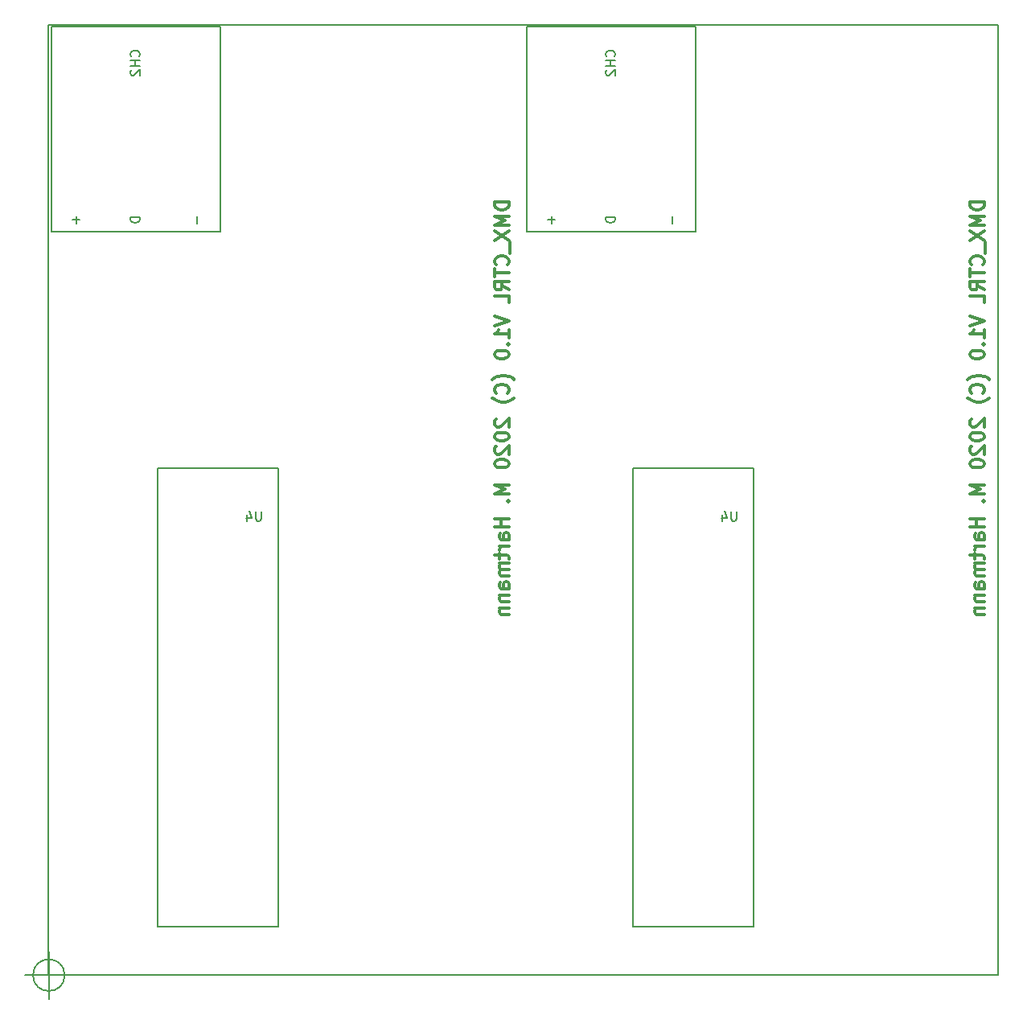
<source format=gbr>
%TF.GenerationSoftware,KiCad,Pcbnew,(5.0.2)-1*%
%TF.CreationDate,2020-01-22T19:31:58-08:00*%
%TF.ProjectId,noname.kicad_pcb_panel_x2,6e6f6e61-6d65-42e6-9b69-6361645f7063,rev?*%
%TF.SameCoordinates,PX4c4b400PY8f0d180*%
%TF.FileFunction,Legend,Bot*%
%TF.FilePolarity,Positive*%
%FSLAX46Y46*%
G04 Gerber Fmt 4.6, Leading zero omitted, Abs format (unit mm)*
G04 Created by KiCad (PCBNEW (5.0.2)-1) date 1/22/2020 7:31:58 PM*
%MOMM*%
%LPD*%
G01*
G04 APERTURE LIST*
%ADD10C,0.150000*%
%ADD11C,0.300000*%
G04 APERTURE END LIST*
D10*
X100000000Y0D02*
X0Y0D01*
X100000000Y100000000D02*
X100000000Y0D01*
X0Y100000000D02*
X100000000Y100000000D01*
X0Y0D02*
X0Y100000000D01*
D11*
X48484571Y81360286D02*
X46984571Y81360286D01*
X46984571Y81003143D01*
X47056000Y80788858D01*
X47198857Y80646000D01*
X47341714Y80574572D01*
X47627428Y80503143D01*
X47841714Y80503143D01*
X48127428Y80574572D01*
X48270285Y80646000D01*
X48413142Y80788858D01*
X48484571Y81003143D01*
X48484571Y81360286D01*
X48484571Y79860286D02*
X46984571Y79860286D01*
X48056000Y79360286D01*
X46984571Y78860286D01*
X48484571Y78860286D01*
X46984571Y78288858D02*
X48484571Y77288858D01*
X46984571Y77288858D02*
X48484571Y78288858D01*
X48627428Y77074572D02*
X48627428Y75931715D01*
X48341714Y74717429D02*
X48413142Y74788858D01*
X48484571Y75003143D01*
X48484571Y75146000D01*
X48413142Y75360286D01*
X48270285Y75503143D01*
X48127428Y75574572D01*
X47841714Y75646000D01*
X47627428Y75646000D01*
X47341714Y75574572D01*
X47198857Y75503143D01*
X47056000Y75360286D01*
X46984571Y75146000D01*
X46984571Y75003143D01*
X47056000Y74788858D01*
X47127428Y74717429D01*
X46984571Y74288858D02*
X46984571Y73431715D01*
X48484571Y73860286D02*
X46984571Y73860286D01*
X48484571Y72074572D02*
X47770285Y72574572D01*
X48484571Y72931715D02*
X46984571Y72931715D01*
X46984571Y72360286D01*
X47056000Y72217429D01*
X47127428Y72146000D01*
X47270285Y72074572D01*
X47484571Y72074572D01*
X47627428Y72146000D01*
X47698857Y72217429D01*
X47770285Y72360286D01*
X47770285Y72931715D01*
X48484571Y70717429D02*
X48484571Y71431715D01*
X46984571Y71431715D01*
X46984571Y69288858D02*
X48484571Y68788858D01*
X46984571Y68288858D01*
X48484571Y67003143D02*
X48484571Y67860286D01*
X48484571Y67431715D02*
X46984571Y67431715D01*
X47198857Y67574572D01*
X47341714Y67717429D01*
X47413142Y67860286D01*
X48341714Y66360286D02*
X48413142Y66288858D01*
X48484571Y66360286D01*
X48413142Y66431715D01*
X48341714Y66360286D01*
X48484571Y66360286D01*
X46984571Y65360286D02*
X46984571Y65217429D01*
X47056000Y65074572D01*
X47127428Y65003143D01*
X47270285Y64931715D01*
X47556000Y64860286D01*
X47913142Y64860286D01*
X48198857Y64931715D01*
X48341714Y65003143D01*
X48413142Y65074572D01*
X48484571Y65217429D01*
X48484571Y65360286D01*
X48413142Y65503143D01*
X48341714Y65574572D01*
X48198857Y65646001D01*
X47913142Y65717429D01*
X47556000Y65717429D01*
X47270285Y65646001D01*
X47127428Y65574572D01*
X47056000Y65503143D01*
X46984571Y65360286D01*
X49056000Y62646001D02*
X48984571Y62717429D01*
X48770285Y62860286D01*
X48627428Y62931715D01*
X48413142Y63003143D01*
X48056000Y63074572D01*
X47770285Y63074572D01*
X47413142Y63003143D01*
X47198857Y62931715D01*
X47056000Y62860286D01*
X46841714Y62717429D01*
X46770285Y62646001D01*
X48341714Y61217429D02*
X48413142Y61288858D01*
X48484571Y61503143D01*
X48484571Y61646001D01*
X48413142Y61860286D01*
X48270285Y62003143D01*
X48127428Y62074572D01*
X47841714Y62146001D01*
X47627428Y62146001D01*
X47341714Y62074572D01*
X47198857Y62003143D01*
X47056000Y61860286D01*
X46984571Y61646001D01*
X46984571Y61503143D01*
X47056000Y61288858D01*
X47127428Y61217429D01*
X49056000Y60717429D02*
X48984571Y60646001D01*
X48770285Y60503143D01*
X48627428Y60431715D01*
X48413142Y60360286D01*
X48056000Y60288858D01*
X47770285Y60288858D01*
X47413142Y60360286D01*
X47198857Y60431715D01*
X47056000Y60503143D01*
X46841714Y60646001D01*
X46770285Y60717429D01*
X47127428Y58503143D02*
X47056000Y58431715D01*
X46984571Y58288858D01*
X46984571Y57931715D01*
X47056000Y57788858D01*
X47127428Y57717429D01*
X47270285Y57646001D01*
X47413142Y57646001D01*
X47627428Y57717429D01*
X48484571Y58574572D01*
X48484571Y57646001D01*
X46984571Y56717429D02*
X46984571Y56574572D01*
X47056000Y56431715D01*
X47127428Y56360286D01*
X47270285Y56288858D01*
X47556000Y56217429D01*
X47913142Y56217429D01*
X48198857Y56288858D01*
X48341714Y56360286D01*
X48413142Y56431715D01*
X48484571Y56574572D01*
X48484571Y56717429D01*
X48413142Y56860286D01*
X48341714Y56931715D01*
X48198857Y57003143D01*
X47913142Y57074572D01*
X47556000Y57074572D01*
X47270285Y57003143D01*
X47127428Y56931715D01*
X47056000Y56860286D01*
X46984571Y56717429D01*
X47127428Y55646001D02*
X47056000Y55574572D01*
X46984571Y55431715D01*
X46984571Y55074572D01*
X47056000Y54931715D01*
X47127428Y54860286D01*
X47270285Y54788858D01*
X47413142Y54788858D01*
X47627428Y54860286D01*
X48484571Y55717429D01*
X48484571Y54788858D01*
X46984571Y53860286D02*
X46984571Y53717429D01*
X47056000Y53574572D01*
X47127428Y53503143D01*
X47270285Y53431715D01*
X47556000Y53360286D01*
X47913142Y53360286D01*
X48198857Y53431715D01*
X48341714Y53503143D01*
X48413142Y53574572D01*
X48484571Y53717429D01*
X48484571Y53860286D01*
X48413142Y54003143D01*
X48341714Y54074572D01*
X48198857Y54146001D01*
X47913142Y54217429D01*
X47556000Y54217429D01*
X47270285Y54146001D01*
X47127428Y54074572D01*
X47056000Y54003143D01*
X46984571Y53860286D01*
X48484571Y51574572D02*
X46984571Y51574572D01*
X48056000Y51074572D01*
X46984571Y50574572D01*
X48484571Y50574572D01*
X48341714Y49860286D02*
X48413142Y49788858D01*
X48484571Y49860286D01*
X48413142Y49931715D01*
X48341714Y49860286D01*
X48484571Y49860286D01*
X48484571Y48003143D02*
X46984571Y48003143D01*
X47698857Y48003143D02*
X47698857Y47146001D01*
X48484571Y47146001D02*
X46984571Y47146001D01*
X48484571Y45788858D02*
X47698857Y45788858D01*
X47556000Y45860286D01*
X47484571Y46003143D01*
X47484571Y46288858D01*
X47556000Y46431715D01*
X48413142Y45788858D02*
X48484571Y45931715D01*
X48484571Y46288858D01*
X48413142Y46431715D01*
X48270285Y46503143D01*
X48127428Y46503143D01*
X47984571Y46431715D01*
X47913142Y46288858D01*
X47913142Y45931715D01*
X47841714Y45788858D01*
X48484571Y45074572D02*
X47484571Y45074572D01*
X47770285Y45074572D02*
X47627428Y45003143D01*
X47556000Y44931715D01*
X47484571Y44788858D01*
X47484571Y44646001D01*
X47484571Y44360286D02*
X47484571Y43788858D01*
X46984571Y44146001D02*
X48270285Y44146001D01*
X48413142Y44074572D01*
X48484571Y43931715D01*
X48484571Y43788858D01*
X48484571Y43288858D02*
X47484571Y43288858D01*
X47627428Y43288858D02*
X47556000Y43217429D01*
X47484571Y43074572D01*
X47484571Y42860286D01*
X47556000Y42717429D01*
X47698857Y42646001D01*
X48484571Y42646001D01*
X47698857Y42646001D02*
X47556000Y42574572D01*
X47484571Y42431715D01*
X47484571Y42217429D01*
X47556000Y42074572D01*
X47698857Y42003143D01*
X48484571Y42003143D01*
X48484571Y40646001D02*
X47698857Y40646001D01*
X47556000Y40717429D01*
X47484571Y40860286D01*
X47484571Y41146001D01*
X47556000Y41288858D01*
X48413142Y40646001D02*
X48484571Y40788858D01*
X48484571Y41146001D01*
X48413142Y41288858D01*
X48270285Y41360286D01*
X48127428Y41360286D01*
X47984571Y41288858D01*
X47913142Y41146001D01*
X47913142Y40788858D01*
X47841714Y40646001D01*
X47484571Y39931715D02*
X48484571Y39931715D01*
X47627428Y39931715D02*
X47556000Y39860286D01*
X47484571Y39717429D01*
X47484571Y39503143D01*
X47556000Y39360286D01*
X47698857Y39288858D01*
X48484571Y39288858D01*
X47484571Y38574572D02*
X48484571Y38574572D01*
X47627428Y38574572D02*
X47556000Y38503143D01*
X47484571Y38360286D01*
X47484571Y38146001D01*
X47556000Y38003143D01*
X47698857Y37931715D01*
X48484571Y37931715D01*
D10*
X1720666Y-44000D02*
G75*
G03X1720666Y-44000I-1666666J0D01*
G01*
X-2446000Y-44000D02*
X2554000Y-44000D01*
X54000Y2456000D02*
X54000Y-2544000D01*
D11*
X98522571Y81360286D02*
X97022571Y81360286D01*
X97022571Y81003143D01*
X97094000Y80788858D01*
X97236857Y80646000D01*
X97379714Y80574572D01*
X97665428Y80503143D01*
X97879714Y80503143D01*
X98165428Y80574572D01*
X98308285Y80646000D01*
X98451142Y80788858D01*
X98522571Y81003143D01*
X98522571Y81360286D01*
X98522571Y79860286D02*
X97022571Y79860286D01*
X98094000Y79360286D01*
X97022571Y78860286D01*
X98522571Y78860286D01*
X97022571Y78288858D02*
X98522571Y77288858D01*
X97022571Y77288858D02*
X98522571Y78288858D01*
X98665428Y77074572D02*
X98665428Y75931715D01*
X98379714Y74717429D02*
X98451142Y74788858D01*
X98522571Y75003143D01*
X98522571Y75146000D01*
X98451142Y75360286D01*
X98308285Y75503143D01*
X98165428Y75574572D01*
X97879714Y75646000D01*
X97665428Y75646000D01*
X97379714Y75574572D01*
X97236857Y75503143D01*
X97094000Y75360286D01*
X97022571Y75146000D01*
X97022571Y75003143D01*
X97094000Y74788858D01*
X97165428Y74717429D01*
X97022571Y74288858D02*
X97022571Y73431715D01*
X98522571Y73860286D02*
X97022571Y73860286D01*
X98522571Y72074572D02*
X97808285Y72574572D01*
X98522571Y72931715D02*
X97022571Y72931715D01*
X97022571Y72360286D01*
X97094000Y72217429D01*
X97165428Y72146000D01*
X97308285Y72074572D01*
X97522571Y72074572D01*
X97665428Y72146000D01*
X97736857Y72217429D01*
X97808285Y72360286D01*
X97808285Y72931715D01*
X98522571Y70717429D02*
X98522571Y71431715D01*
X97022571Y71431715D01*
X97022571Y69288858D02*
X98522571Y68788858D01*
X97022571Y68288858D01*
X98522571Y67003143D02*
X98522571Y67860286D01*
X98522571Y67431715D02*
X97022571Y67431715D01*
X97236857Y67574572D01*
X97379714Y67717429D01*
X97451142Y67860286D01*
X98379714Y66360286D02*
X98451142Y66288858D01*
X98522571Y66360286D01*
X98451142Y66431715D01*
X98379714Y66360286D01*
X98522571Y66360286D01*
X97022571Y65360286D02*
X97022571Y65217429D01*
X97094000Y65074572D01*
X97165428Y65003143D01*
X97308285Y64931715D01*
X97594000Y64860286D01*
X97951142Y64860286D01*
X98236857Y64931715D01*
X98379714Y65003143D01*
X98451142Y65074572D01*
X98522571Y65217429D01*
X98522571Y65360286D01*
X98451142Y65503143D01*
X98379714Y65574572D01*
X98236857Y65646000D01*
X97951142Y65717429D01*
X97594000Y65717429D01*
X97308285Y65646000D01*
X97165428Y65574572D01*
X97094000Y65503143D01*
X97022571Y65360286D01*
X99094000Y62646000D02*
X99022571Y62717429D01*
X98808285Y62860286D01*
X98665428Y62931715D01*
X98451142Y63003143D01*
X98094000Y63074572D01*
X97808285Y63074572D01*
X97451142Y63003143D01*
X97236857Y62931715D01*
X97094000Y62860286D01*
X96879714Y62717429D01*
X96808285Y62646000D01*
X98379714Y61217429D02*
X98451142Y61288858D01*
X98522571Y61503143D01*
X98522571Y61646000D01*
X98451142Y61860286D01*
X98308285Y62003143D01*
X98165428Y62074572D01*
X97879714Y62146000D01*
X97665428Y62146000D01*
X97379714Y62074572D01*
X97236857Y62003143D01*
X97094000Y61860286D01*
X97022571Y61646000D01*
X97022571Y61503143D01*
X97094000Y61288858D01*
X97165428Y61217429D01*
X99094000Y60717429D02*
X99022571Y60646000D01*
X98808285Y60503143D01*
X98665428Y60431715D01*
X98451142Y60360286D01*
X98094000Y60288858D01*
X97808285Y60288858D01*
X97451142Y60360286D01*
X97236857Y60431715D01*
X97094000Y60503143D01*
X96879714Y60646000D01*
X96808285Y60717429D01*
X97165428Y58503143D02*
X97094000Y58431715D01*
X97022571Y58288858D01*
X97022571Y57931715D01*
X97094000Y57788858D01*
X97165428Y57717429D01*
X97308285Y57646001D01*
X97451142Y57646001D01*
X97665428Y57717429D01*
X98522571Y58574572D01*
X98522571Y57646001D01*
X97022571Y56717429D02*
X97022571Y56574572D01*
X97094000Y56431715D01*
X97165428Y56360286D01*
X97308285Y56288858D01*
X97594000Y56217429D01*
X97951142Y56217429D01*
X98236857Y56288858D01*
X98379714Y56360286D01*
X98451142Y56431715D01*
X98522571Y56574572D01*
X98522571Y56717429D01*
X98451142Y56860286D01*
X98379714Y56931715D01*
X98236857Y57003143D01*
X97951142Y57074572D01*
X97594000Y57074572D01*
X97308285Y57003143D01*
X97165428Y56931715D01*
X97094000Y56860286D01*
X97022571Y56717429D01*
X97165428Y55646000D02*
X97094000Y55574572D01*
X97022571Y55431715D01*
X97022571Y55074572D01*
X97094000Y54931715D01*
X97165428Y54860286D01*
X97308285Y54788858D01*
X97451142Y54788858D01*
X97665428Y54860286D01*
X98522571Y55717429D01*
X98522571Y54788858D01*
X97022571Y53860286D02*
X97022571Y53717429D01*
X97094000Y53574572D01*
X97165428Y53503143D01*
X97308285Y53431715D01*
X97594000Y53360286D01*
X97951142Y53360286D01*
X98236857Y53431715D01*
X98379714Y53503143D01*
X98451142Y53574572D01*
X98522571Y53717429D01*
X98522571Y53860286D01*
X98451142Y54003143D01*
X98379714Y54074572D01*
X98236857Y54146001D01*
X97951142Y54217429D01*
X97594000Y54217429D01*
X97308285Y54146001D01*
X97165428Y54074572D01*
X97094000Y54003143D01*
X97022571Y53860286D01*
X98522571Y51574572D02*
X97022571Y51574572D01*
X98094000Y51074572D01*
X97022571Y50574572D01*
X98522571Y50574572D01*
X98379714Y49860286D02*
X98451142Y49788858D01*
X98522571Y49860286D01*
X98451142Y49931715D01*
X98379714Y49860286D01*
X98522571Y49860286D01*
X98522571Y48003143D02*
X97022571Y48003143D01*
X97736857Y48003143D02*
X97736857Y47146001D01*
X98522571Y47146001D02*
X97022571Y47146001D01*
X98522571Y45788858D02*
X97736857Y45788858D01*
X97594000Y45860286D01*
X97522571Y46003143D01*
X97522571Y46288858D01*
X97594000Y46431715D01*
X98451142Y45788858D02*
X98522571Y45931715D01*
X98522571Y46288858D01*
X98451142Y46431715D01*
X98308285Y46503143D01*
X98165428Y46503143D01*
X98022571Y46431715D01*
X97951142Y46288858D01*
X97951142Y45931715D01*
X97879714Y45788858D01*
X98522571Y45074572D02*
X97522571Y45074572D01*
X97808285Y45074572D02*
X97665428Y45003143D01*
X97594000Y44931715D01*
X97522571Y44788858D01*
X97522571Y44646001D01*
X97522571Y44360286D02*
X97522571Y43788858D01*
X97022571Y44146001D02*
X98308285Y44146001D01*
X98451142Y44074572D01*
X98522571Y43931715D01*
X98522571Y43788858D01*
X98522571Y43288858D02*
X97522571Y43288858D01*
X97665428Y43288858D02*
X97594000Y43217429D01*
X97522571Y43074572D01*
X97522571Y42860286D01*
X97594000Y42717429D01*
X97736857Y42646001D01*
X98522571Y42646001D01*
X97736857Y42646001D02*
X97594000Y42574572D01*
X97522571Y42431715D01*
X97522571Y42217429D01*
X97594000Y42074572D01*
X97736857Y42003143D01*
X98522571Y42003143D01*
X98522571Y40646001D02*
X97736857Y40646001D01*
X97594000Y40717429D01*
X97522571Y40860286D01*
X97522571Y41146001D01*
X97594000Y41288858D01*
X98451142Y40646001D02*
X98522571Y40788858D01*
X98522571Y41146001D01*
X98451142Y41288858D01*
X98308285Y41360286D01*
X98165428Y41360286D01*
X98022571Y41288858D01*
X97951142Y41146001D01*
X97951142Y40788858D01*
X97879714Y40646001D01*
X97522571Y39931715D02*
X98522571Y39931715D01*
X97665428Y39931715D02*
X97594000Y39860286D01*
X97522571Y39717429D01*
X97522571Y39503143D01*
X97594000Y39360286D01*
X97736857Y39288858D01*
X98522571Y39288858D01*
X97522571Y38574572D02*
X98522571Y38574572D01*
X97665428Y38574572D02*
X97594000Y38503143D01*
X97522571Y38360286D01*
X97522571Y38146001D01*
X97594000Y38003143D01*
X97736857Y37931715D01*
X98522571Y37931715D01*
D10*
X68126000Y78188000D02*
X50346000Y78188000D01*
X68126000Y99778000D02*
X68126000Y78188000D01*
X50346000Y99778000D02*
X68126000Y99778000D01*
X50346000Y78188000D02*
X50346000Y99778000D01*
X18088000Y78188000D02*
X308000Y78188000D01*
X18088000Y99778000D02*
X18088000Y78188000D01*
X308000Y99778000D02*
X18088000Y99778000D01*
X308000Y78188000D02*
X308000Y99778000D01*
X24184000Y53296000D02*
X24184000Y5036000D01*
X24184000Y5036000D02*
X11484000Y5036000D01*
X11484000Y5036000D02*
X11484000Y53296000D01*
X11484000Y53296000D02*
X24184000Y53296000D01*
X74222000Y53296000D02*
X74222000Y5036000D01*
X74222000Y5036000D02*
X61522000Y5036000D01*
X61522000Y5036000D02*
X61522000Y53296000D01*
X61522000Y53296000D02*
X74222000Y53296000D01*
X59593142Y96658477D02*
X59640761Y96706096D01*
X59688380Y96848953D01*
X59688380Y96944191D01*
X59640761Y97087048D01*
X59545523Y97182286D01*
X59450285Y97229905D01*
X59259809Y97277524D01*
X59116952Y97277524D01*
X58926476Y97229905D01*
X58831238Y97182286D01*
X58736000Y97087048D01*
X58688380Y96944191D01*
X58688380Y96848953D01*
X58736000Y96706096D01*
X58783619Y96658477D01*
X59688380Y96229905D02*
X58688380Y96229905D01*
X59164571Y96229905D02*
X59164571Y95658477D01*
X59688380Y95658477D02*
X58688380Y95658477D01*
X58783619Y95229905D02*
X58736000Y95182286D01*
X58688380Y95087048D01*
X58688380Y94848953D01*
X58736000Y94753715D01*
X58783619Y94706096D01*
X58878857Y94658477D01*
X58974095Y94658477D01*
X59116952Y94706096D01*
X59688380Y95277524D01*
X59688380Y94658477D01*
X65657428Y79838953D02*
X65657428Y79077048D01*
X59688380Y79719905D02*
X58688380Y79719905D01*
X58688380Y79481810D01*
X58736000Y79338953D01*
X58831238Y79243715D01*
X58926476Y79196096D01*
X59116952Y79148477D01*
X59259809Y79148477D01*
X59450285Y79196096D01*
X59545523Y79243715D01*
X59640761Y79338953D01*
X59688380Y79481810D01*
X59688380Y79719905D01*
X52957428Y79838953D02*
X52957428Y79077048D01*
X53338380Y79458000D02*
X52576476Y79458000D01*
X9555142Y96658477D02*
X9602761Y96706096D01*
X9650380Y96848953D01*
X9650380Y96944191D01*
X9602761Y97087048D01*
X9507523Y97182286D01*
X9412285Y97229905D01*
X9221809Y97277524D01*
X9078952Y97277524D01*
X8888476Y97229905D01*
X8793238Y97182286D01*
X8698000Y97087048D01*
X8650380Y96944191D01*
X8650380Y96848953D01*
X8698000Y96706096D01*
X8745619Y96658477D01*
X9650380Y96229905D02*
X8650380Y96229905D01*
X9126571Y96229905D02*
X9126571Y95658477D01*
X9650380Y95658477D02*
X8650380Y95658477D01*
X8745619Y95229905D02*
X8698000Y95182286D01*
X8650380Y95087048D01*
X8650380Y94848953D01*
X8698000Y94753715D01*
X8745619Y94706096D01*
X8840857Y94658477D01*
X8936095Y94658477D01*
X9078952Y94706096D01*
X9650380Y95277524D01*
X9650380Y94658477D01*
X15619428Y79838953D02*
X15619428Y79077048D01*
X9650380Y79719905D02*
X8650380Y79719905D01*
X8650380Y79481810D01*
X8698000Y79338953D01*
X8793238Y79243715D01*
X8888476Y79196096D01*
X9078952Y79148477D01*
X9221809Y79148477D01*
X9412285Y79196096D01*
X9507523Y79243715D01*
X9602761Y79338953D01*
X9650380Y79481810D01*
X9650380Y79719905D01*
X2919428Y79838953D02*
X2919428Y79077048D01*
X3300380Y79458000D02*
X2538476Y79458000D01*
X22405904Y48763620D02*
X22405904Y47954096D01*
X22358285Y47858858D01*
X22310666Y47811239D01*
X22215428Y47763620D01*
X22024952Y47763620D01*
X21929714Y47811239D01*
X21882095Y47858858D01*
X21834476Y47954096D01*
X21834476Y48763620D01*
X20929714Y48430286D02*
X20929714Y47763620D01*
X21167809Y48811239D02*
X21405904Y48096953D01*
X20786857Y48096953D01*
X72443904Y48763620D02*
X72443904Y47954096D01*
X72396285Y47858858D01*
X72348666Y47811239D01*
X72253428Y47763620D01*
X72062952Y47763620D01*
X71967714Y47811239D01*
X71920095Y47858858D01*
X71872476Y47954096D01*
X71872476Y48763620D01*
X70967714Y48430286D02*
X70967714Y47763620D01*
X71205809Y48811239D02*
X71443904Y48096953D01*
X70824857Y48096953D01*
M02*

</source>
